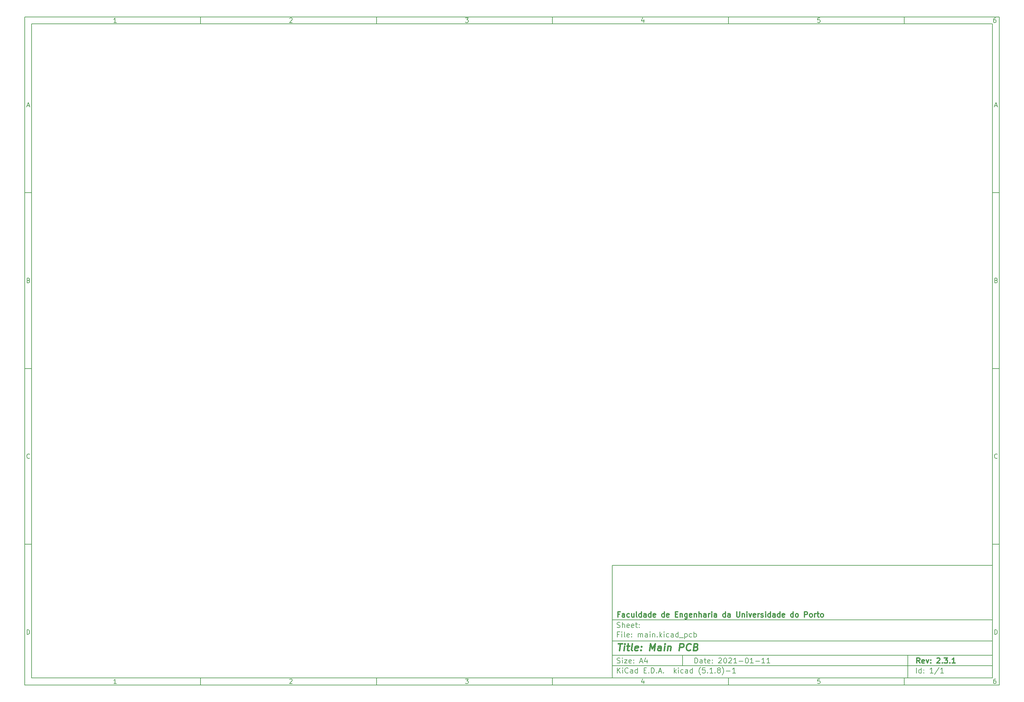
<source format=gbr>
%TF.GenerationSoftware,KiCad,Pcbnew,(5.1.8)-1*%
%TF.CreationDate,2021-01-11T16:48:45+00:00*%
%TF.ProjectId,main,6d61696e-2e6b-4696-9361-645f70636258,2.3.1*%
%TF.SameCoordinates,Original*%
%TF.FileFunction,Other,User*%
%FSLAX46Y46*%
G04 Gerber Fmt 4.6, Leading zero omitted, Abs format (unit mm)*
G04 Created by KiCad (PCBNEW (5.1.8)-1) date 2021-01-11 16:48:45*
%MOMM*%
%LPD*%
G01*
G04 APERTURE LIST*
%ADD10C,0.100000*%
%ADD11C,0.150000*%
%ADD12C,0.300000*%
%ADD13C,0.400000*%
G04 APERTURE END LIST*
D10*
D11*
X177002200Y-166007200D02*
X177002200Y-198007200D01*
X285002200Y-198007200D01*
X285002200Y-166007200D01*
X177002200Y-166007200D01*
D10*
D11*
X10000000Y-10000000D02*
X10000000Y-200007200D01*
X287002200Y-200007200D01*
X287002200Y-10000000D01*
X10000000Y-10000000D01*
D10*
D11*
X12000000Y-12000000D02*
X12000000Y-198007200D01*
X285002200Y-198007200D01*
X285002200Y-12000000D01*
X12000000Y-12000000D01*
D10*
D11*
X60000000Y-12000000D02*
X60000000Y-10000000D01*
D10*
D11*
X110000000Y-12000000D02*
X110000000Y-10000000D01*
D10*
D11*
X160000000Y-12000000D02*
X160000000Y-10000000D01*
D10*
D11*
X210000000Y-12000000D02*
X210000000Y-10000000D01*
D10*
D11*
X260000000Y-12000000D02*
X260000000Y-10000000D01*
D10*
D11*
X36065476Y-11588095D02*
X35322619Y-11588095D01*
X35694047Y-11588095D02*
X35694047Y-10288095D01*
X35570238Y-10473809D01*
X35446428Y-10597619D01*
X35322619Y-10659523D01*
D10*
D11*
X85322619Y-10411904D02*
X85384523Y-10350000D01*
X85508333Y-10288095D01*
X85817857Y-10288095D01*
X85941666Y-10350000D01*
X86003571Y-10411904D01*
X86065476Y-10535714D01*
X86065476Y-10659523D01*
X86003571Y-10845238D01*
X85260714Y-11588095D01*
X86065476Y-11588095D01*
D10*
D11*
X135260714Y-10288095D02*
X136065476Y-10288095D01*
X135632142Y-10783333D01*
X135817857Y-10783333D01*
X135941666Y-10845238D01*
X136003571Y-10907142D01*
X136065476Y-11030952D01*
X136065476Y-11340476D01*
X136003571Y-11464285D01*
X135941666Y-11526190D01*
X135817857Y-11588095D01*
X135446428Y-11588095D01*
X135322619Y-11526190D01*
X135260714Y-11464285D01*
D10*
D11*
X185941666Y-10721428D02*
X185941666Y-11588095D01*
X185632142Y-10226190D02*
X185322619Y-11154761D01*
X186127380Y-11154761D01*
D10*
D11*
X236003571Y-10288095D02*
X235384523Y-10288095D01*
X235322619Y-10907142D01*
X235384523Y-10845238D01*
X235508333Y-10783333D01*
X235817857Y-10783333D01*
X235941666Y-10845238D01*
X236003571Y-10907142D01*
X236065476Y-11030952D01*
X236065476Y-11340476D01*
X236003571Y-11464285D01*
X235941666Y-11526190D01*
X235817857Y-11588095D01*
X235508333Y-11588095D01*
X235384523Y-11526190D01*
X235322619Y-11464285D01*
D10*
D11*
X285941666Y-10288095D02*
X285694047Y-10288095D01*
X285570238Y-10350000D01*
X285508333Y-10411904D01*
X285384523Y-10597619D01*
X285322619Y-10845238D01*
X285322619Y-11340476D01*
X285384523Y-11464285D01*
X285446428Y-11526190D01*
X285570238Y-11588095D01*
X285817857Y-11588095D01*
X285941666Y-11526190D01*
X286003571Y-11464285D01*
X286065476Y-11340476D01*
X286065476Y-11030952D01*
X286003571Y-10907142D01*
X285941666Y-10845238D01*
X285817857Y-10783333D01*
X285570238Y-10783333D01*
X285446428Y-10845238D01*
X285384523Y-10907142D01*
X285322619Y-11030952D01*
D10*
D11*
X60000000Y-198007200D02*
X60000000Y-200007200D01*
D10*
D11*
X110000000Y-198007200D02*
X110000000Y-200007200D01*
D10*
D11*
X160000000Y-198007200D02*
X160000000Y-200007200D01*
D10*
D11*
X210000000Y-198007200D02*
X210000000Y-200007200D01*
D10*
D11*
X260000000Y-198007200D02*
X260000000Y-200007200D01*
D10*
D11*
X36065476Y-199595295D02*
X35322619Y-199595295D01*
X35694047Y-199595295D02*
X35694047Y-198295295D01*
X35570238Y-198481009D01*
X35446428Y-198604819D01*
X35322619Y-198666723D01*
D10*
D11*
X85322619Y-198419104D02*
X85384523Y-198357200D01*
X85508333Y-198295295D01*
X85817857Y-198295295D01*
X85941666Y-198357200D01*
X86003571Y-198419104D01*
X86065476Y-198542914D01*
X86065476Y-198666723D01*
X86003571Y-198852438D01*
X85260714Y-199595295D01*
X86065476Y-199595295D01*
D10*
D11*
X135260714Y-198295295D02*
X136065476Y-198295295D01*
X135632142Y-198790533D01*
X135817857Y-198790533D01*
X135941666Y-198852438D01*
X136003571Y-198914342D01*
X136065476Y-199038152D01*
X136065476Y-199347676D01*
X136003571Y-199471485D01*
X135941666Y-199533390D01*
X135817857Y-199595295D01*
X135446428Y-199595295D01*
X135322619Y-199533390D01*
X135260714Y-199471485D01*
D10*
D11*
X185941666Y-198728628D02*
X185941666Y-199595295D01*
X185632142Y-198233390D02*
X185322619Y-199161961D01*
X186127380Y-199161961D01*
D10*
D11*
X236003571Y-198295295D02*
X235384523Y-198295295D01*
X235322619Y-198914342D01*
X235384523Y-198852438D01*
X235508333Y-198790533D01*
X235817857Y-198790533D01*
X235941666Y-198852438D01*
X236003571Y-198914342D01*
X236065476Y-199038152D01*
X236065476Y-199347676D01*
X236003571Y-199471485D01*
X235941666Y-199533390D01*
X235817857Y-199595295D01*
X235508333Y-199595295D01*
X235384523Y-199533390D01*
X235322619Y-199471485D01*
D10*
D11*
X285941666Y-198295295D02*
X285694047Y-198295295D01*
X285570238Y-198357200D01*
X285508333Y-198419104D01*
X285384523Y-198604819D01*
X285322619Y-198852438D01*
X285322619Y-199347676D01*
X285384523Y-199471485D01*
X285446428Y-199533390D01*
X285570238Y-199595295D01*
X285817857Y-199595295D01*
X285941666Y-199533390D01*
X286003571Y-199471485D01*
X286065476Y-199347676D01*
X286065476Y-199038152D01*
X286003571Y-198914342D01*
X285941666Y-198852438D01*
X285817857Y-198790533D01*
X285570238Y-198790533D01*
X285446428Y-198852438D01*
X285384523Y-198914342D01*
X285322619Y-199038152D01*
D10*
D11*
X10000000Y-60000000D02*
X12000000Y-60000000D01*
D10*
D11*
X10000000Y-110000000D02*
X12000000Y-110000000D01*
D10*
D11*
X10000000Y-160000000D02*
X12000000Y-160000000D01*
D10*
D11*
X10690476Y-35216666D02*
X11309523Y-35216666D01*
X10566666Y-35588095D02*
X11000000Y-34288095D01*
X11433333Y-35588095D01*
D10*
D11*
X11092857Y-84907142D02*
X11278571Y-84969047D01*
X11340476Y-85030952D01*
X11402380Y-85154761D01*
X11402380Y-85340476D01*
X11340476Y-85464285D01*
X11278571Y-85526190D01*
X11154761Y-85588095D01*
X10659523Y-85588095D01*
X10659523Y-84288095D01*
X11092857Y-84288095D01*
X11216666Y-84350000D01*
X11278571Y-84411904D01*
X11340476Y-84535714D01*
X11340476Y-84659523D01*
X11278571Y-84783333D01*
X11216666Y-84845238D01*
X11092857Y-84907142D01*
X10659523Y-84907142D01*
D10*
D11*
X11402380Y-135464285D02*
X11340476Y-135526190D01*
X11154761Y-135588095D01*
X11030952Y-135588095D01*
X10845238Y-135526190D01*
X10721428Y-135402380D01*
X10659523Y-135278571D01*
X10597619Y-135030952D01*
X10597619Y-134845238D01*
X10659523Y-134597619D01*
X10721428Y-134473809D01*
X10845238Y-134350000D01*
X11030952Y-134288095D01*
X11154761Y-134288095D01*
X11340476Y-134350000D01*
X11402380Y-134411904D01*
D10*
D11*
X10659523Y-185588095D02*
X10659523Y-184288095D01*
X10969047Y-184288095D01*
X11154761Y-184350000D01*
X11278571Y-184473809D01*
X11340476Y-184597619D01*
X11402380Y-184845238D01*
X11402380Y-185030952D01*
X11340476Y-185278571D01*
X11278571Y-185402380D01*
X11154761Y-185526190D01*
X10969047Y-185588095D01*
X10659523Y-185588095D01*
D10*
D11*
X287002200Y-60000000D02*
X285002200Y-60000000D01*
D10*
D11*
X287002200Y-110000000D02*
X285002200Y-110000000D01*
D10*
D11*
X287002200Y-160000000D02*
X285002200Y-160000000D01*
D10*
D11*
X285692676Y-35216666D02*
X286311723Y-35216666D01*
X285568866Y-35588095D02*
X286002200Y-34288095D01*
X286435533Y-35588095D01*
D10*
D11*
X286095057Y-84907142D02*
X286280771Y-84969047D01*
X286342676Y-85030952D01*
X286404580Y-85154761D01*
X286404580Y-85340476D01*
X286342676Y-85464285D01*
X286280771Y-85526190D01*
X286156961Y-85588095D01*
X285661723Y-85588095D01*
X285661723Y-84288095D01*
X286095057Y-84288095D01*
X286218866Y-84350000D01*
X286280771Y-84411904D01*
X286342676Y-84535714D01*
X286342676Y-84659523D01*
X286280771Y-84783333D01*
X286218866Y-84845238D01*
X286095057Y-84907142D01*
X285661723Y-84907142D01*
D10*
D11*
X286404580Y-135464285D02*
X286342676Y-135526190D01*
X286156961Y-135588095D01*
X286033152Y-135588095D01*
X285847438Y-135526190D01*
X285723628Y-135402380D01*
X285661723Y-135278571D01*
X285599819Y-135030952D01*
X285599819Y-134845238D01*
X285661723Y-134597619D01*
X285723628Y-134473809D01*
X285847438Y-134350000D01*
X286033152Y-134288095D01*
X286156961Y-134288095D01*
X286342676Y-134350000D01*
X286404580Y-134411904D01*
D10*
D11*
X285661723Y-185588095D02*
X285661723Y-184288095D01*
X285971247Y-184288095D01*
X286156961Y-184350000D01*
X286280771Y-184473809D01*
X286342676Y-184597619D01*
X286404580Y-184845238D01*
X286404580Y-185030952D01*
X286342676Y-185278571D01*
X286280771Y-185402380D01*
X286156961Y-185526190D01*
X285971247Y-185588095D01*
X285661723Y-185588095D01*
D10*
D11*
X200434342Y-193785771D02*
X200434342Y-192285771D01*
X200791485Y-192285771D01*
X201005771Y-192357200D01*
X201148628Y-192500057D01*
X201220057Y-192642914D01*
X201291485Y-192928628D01*
X201291485Y-193142914D01*
X201220057Y-193428628D01*
X201148628Y-193571485D01*
X201005771Y-193714342D01*
X200791485Y-193785771D01*
X200434342Y-193785771D01*
X202577200Y-193785771D02*
X202577200Y-193000057D01*
X202505771Y-192857200D01*
X202362914Y-192785771D01*
X202077200Y-192785771D01*
X201934342Y-192857200D01*
X202577200Y-193714342D02*
X202434342Y-193785771D01*
X202077200Y-193785771D01*
X201934342Y-193714342D01*
X201862914Y-193571485D01*
X201862914Y-193428628D01*
X201934342Y-193285771D01*
X202077200Y-193214342D01*
X202434342Y-193214342D01*
X202577200Y-193142914D01*
X203077200Y-192785771D02*
X203648628Y-192785771D01*
X203291485Y-192285771D02*
X203291485Y-193571485D01*
X203362914Y-193714342D01*
X203505771Y-193785771D01*
X203648628Y-193785771D01*
X204720057Y-193714342D02*
X204577200Y-193785771D01*
X204291485Y-193785771D01*
X204148628Y-193714342D01*
X204077200Y-193571485D01*
X204077200Y-193000057D01*
X204148628Y-192857200D01*
X204291485Y-192785771D01*
X204577200Y-192785771D01*
X204720057Y-192857200D01*
X204791485Y-193000057D01*
X204791485Y-193142914D01*
X204077200Y-193285771D01*
X205434342Y-193642914D02*
X205505771Y-193714342D01*
X205434342Y-193785771D01*
X205362914Y-193714342D01*
X205434342Y-193642914D01*
X205434342Y-193785771D01*
X205434342Y-192857200D02*
X205505771Y-192928628D01*
X205434342Y-193000057D01*
X205362914Y-192928628D01*
X205434342Y-192857200D01*
X205434342Y-193000057D01*
X207220057Y-192428628D02*
X207291485Y-192357200D01*
X207434342Y-192285771D01*
X207791485Y-192285771D01*
X207934342Y-192357200D01*
X208005771Y-192428628D01*
X208077200Y-192571485D01*
X208077200Y-192714342D01*
X208005771Y-192928628D01*
X207148628Y-193785771D01*
X208077200Y-193785771D01*
X209005771Y-192285771D02*
X209148628Y-192285771D01*
X209291485Y-192357200D01*
X209362914Y-192428628D01*
X209434342Y-192571485D01*
X209505771Y-192857200D01*
X209505771Y-193214342D01*
X209434342Y-193500057D01*
X209362914Y-193642914D01*
X209291485Y-193714342D01*
X209148628Y-193785771D01*
X209005771Y-193785771D01*
X208862914Y-193714342D01*
X208791485Y-193642914D01*
X208720057Y-193500057D01*
X208648628Y-193214342D01*
X208648628Y-192857200D01*
X208720057Y-192571485D01*
X208791485Y-192428628D01*
X208862914Y-192357200D01*
X209005771Y-192285771D01*
X210077200Y-192428628D02*
X210148628Y-192357200D01*
X210291485Y-192285771D01*
X210648628Y-192285771D01*
X210791485Y-192357200D01*
X210862914Y-192428628D01*
X210934342Y-192571485D01*
X210934342Y-192714342D01*
X210862914Y-192928628D01*
X210005771Y-193785771D01*
X210934342Y-193785771D01*
X212362914Y-193785771D02*
X211505771Y-193785771D01*
X211934342Y-193785771D02*
X211934342Y-192285771D01*
X211791485Y-192500057D01*
X211648628Y-192642914D01*
X211505771Y-192714342D01*
X213005771Y-193214342D02*
X214148628Y-193214342D01*
X215148628Y-192285771D02*
X215291485Y-192285771D01*
X215434342Y-192357200D01*
X215505771Y-192428628D01*
X215577200Y-192571485D01*
X215648628Y-192857200D01*
X215648628Y-193214342D01*
X215577200Y-193500057D01*
X215505771Y-193642914D01*
X215434342Y-193714342D01*
X215291485Y-193785771D01*
X215148628Y-193785771D01*
X215005771Y-193714342D01*
X214934342Y-193642914D01*
X214862914Y-193500057D01*
X214791485Y-193214342D01*
X214791485Y-192857200D01*
X214862914Y-192571485D01*
X214934342Y-192428628D01*
X215005771Y-192357200D01*
X215148628Y-192285771D01*
X217077200Y-193785771D02*
X216220057Y-193785771D01*
X216648628Y-193785771D02*
X216648628Y-192285771D01*
X216505771Y-192500057D01*
X216362914Y-192642914D01*
X216220057Y-192714342D01*
X217720057Y-193214342D02*
X218862914Y-193214342D01*
X220362914Y-193785771D02*
X219505771Y-193785771D01*
X219934342Y-193785771D02*
X219934342Y-192285771D01*
X219791485Y-192500057D01*
X219648628Y-192642914D01*
X219505771Y-192714342D01*
X221791485Y-193785771D02*
X220934342Y-193785771D01*
X221362914Y-193785771D02*
X221362914Y-192285771D01*
X221220057Y-192500057D01*
X221077200Y-192642914D01*
X220934342Y-192714342D01*
D10*
D11*
X177002200Y-194507200D02*
X285002200Y-194507200D01*
D10*
D11*
X178434342Y-196585771D02*
X178434342Y-195085771D01*
X179291485Y-196585771D02*
X178648628Y-195728628D01*
X179291485Y-195085771D02*
X178434342Y-195942914D01*
X179934342Y-196585771D02*
X179934342Y-195585771D01*
X179934342Y-195085771D02*
X179862914Y-195157200D01*
X179934342Y-195228628D01*
X180005771Y-195157200D01*
X179934342Y-195085771D01*
X179934342Y-195228628D01*
X181505771Y-196442914D02*
X181434342Y-196514342D01*
X181220057Y-196585771D01*
X181077200Y-196585771D01*
X180862914Y-196514342D01*
X180720057Y-196371485D01*
X180648628Y-196228628D01*
X180577200Y-195942914D01*
X180577200Y-195728628D01*
X180648628Y-195442914D01*
X180720057Y-195300057D01*
X180862914Y-195157200D01*
X181077200Y-195085771D01*
X181220057Y-195085771D01*
X181434342Y-195157200D01*
X181505771Y-195228628D01*
X182791485Y-196585771D02*
X182791485Y-195800057D01*
X182720057Y-195657200D01*
X182577200Y-195585771D01*
X182291485Y-195585771D01*
X182148628Y-195657200D01*
X182791485Y-196514342D02*
X182648628Y-196585771D01*
X182291485Y-196585771D01*
X182148628Y-196514342D01*
X182077200Y-196371485D01*
X182077200Y-196228628D01*
X182148628Y-196085771D01*
X182291485Y-196014342D01*
X182648628Y-196014342D01*
X182791485Y-195942914D01*
X184148628Y-196585771D02*
X184148628Y-195085771D01*
X184148628Y-196514342D02*
X184005771Y-196585771D01*
X183720057Y-196585771D01*
X183577200Y-196514342D01*
X183505771Y-196442914D01*
X183434342Y-196300057D01*
X183434342Y-195871485D01*
X183505771Y-195728628D01*
X183577200Y-195657200D01*
X183720057Y-195585771D01*
X184005771Y-195585771D01*
X184148628Y-195657200D01*
X186005771Y-195800057D02*
X186505771Y-195800057D01*
X186720057Y-196585771D02*
X186005771Y-196585771D01*
X186005771Y-195085771D01*
X186720057Y-195085771D01*
X187362914Y-196442914D02*
X187434342Y-196514342D01*
X187362914Y-196585771D01*
X187291485Y-196514342D01*
X187362914Y-196442914D01*
X187362914Y-196585771D01*
X188077200Y-196585771D02*
X188077200Y-195085771D01*
X188434342Y-195085771D01*
X188648628Y-195157200D01*
X188791485Y-195300057D01*
X188862914Y-195442914D01*
X188934342Y-195728628D01*
X188934342Y-195942914D01*
X188862914Y-196228628D01*
X188791485Y-196371485D01*
X188648628Y-196514342D01*
X188434342Y-196585771D01*
X188077200Y-196585771D01*
X189577200Y-196442914D02*
X189648628Y-196514342D01*
X189577200Y-196585771D01*
X189505771Y-196514342D01*
X189577200Y-196442914D01*
X189577200Y-196585771D01*
X190220057Y-196157200D02*
X190934342Y-196157200D01*
X190077200Y-196585771D02*
X190577200Y-195085771D01*
X191077200Y-196585771D01*
X191577200Y-196442914D02*
X191648628Y-196514342D01*
X191577200Y-196585771D01*
X191505771Y-196514342D01*
X191577200Y-196442914D01*
X191577200Y-196585771D01*
X194577200Y-196585771D02*
X194577200Y-195085771D01*
X194720057Y-196014342D02*
X195148628Y-196585771D01*
X195148628Y-195585771D02*
X194577200Y-196157200D01*
X195791485Y-196585771D02*
X195791485Y-195585771D01*
X195791485Y-195085771D02*
X195720057Y-195157200D01*
X195791485Y-195228628D01*
X195862914Y-195157200D01*
X195791485Y-195085771D01*
X195791485Y-195228628D01*
X197148628Y-196514342D02*
X197005771Y-196585771D01*
X196720057Y-196585771D01*
X196577200Y-196514342D01*
X196505771Y-196442914D01*
X196434342Y-196300057D01*
X196434342Y-195871485D01*
X196505771Y-195728628D01*
X196577200Y-195657200D01*
X196720057Y-195585771D01*
X197005771Y-195585771D01*
X197148628Y-195657200D01*
X198434342Y-196585771D02*
X198434342Y-195800057D01*
X198362914Y-195657200D01*
X198220057Y-195585771D01*
X197934342Y-195585771D01*
X197791485Y-195657200D01*
X198434342Y-196514342D02*
X198291485Y-196585771D01*
X197934342Y-196585771D01*
X197791485Y-196514342D01*
X197720057Y-196371485D01*
X197720057Y-196228628D01*
X197791485Y-196085771D01*
X197934342Y-196014342D01*
X198291485Y-196014342D01*
X198434342Y-195942914D01*
X199791485Y-196585771D02*
X199791485Y-195085771D01*
X199791485Y-196514342D02*
X199648628Y-196585771D01*
X199362914Y-196585771D01*
X199220057Y-196514342D01*
X199148628Y-196442914D01*
X199077200Y-196300057D01*
X199077200Y-195871485D01*
X199148628Y-195728628D01*
X199220057Y-195657200D01*
X199362914Y-195585771D01*
X199648628Y-195585771D01*
X199791485Y-195657200D01*
X202077200Y-197157200D02*
X202005771Y-197085771D01*
X201862914Y-196871485D01*
X201791485Y-196728628D01*
X201720057Y-196514342D01*
X201648628Y-196157200D01*
X201648628Y-195871485D01*
X201720057Y-195514342D01*
X201791485Y-195300057D01*
X201862914Y-195157200D01*
X202005771Y-194942914D01*
X202077200Y-194871485D01*
X203362914Y-195085771D02*
X202648628Y-195085771D01*
X202577200Y-195800057D01*
X202648628Y-195728628D01*
X202791485Y-195657200D01*
X203148628Y-195657200D01*
X203291485Y-195728628D01*
X203362914Y-195800057D01*
X203434342Y-195942914D01*
X203434342Y-196300057D01*
X203362914Y-196442914D01*
X203291485Y-196514342D01*
X203148628Y-196585771D01*
X202791485Y-196585771D01*
X202648628Y-196514342D01*
X202577200Y-196442914D01*
X204077200Y-196442914D02*
X204148628Y-196514342D01*
X204077200Y-196585771D01*
X204005771Y-196514342D01*
X204077200Y-196442914D01*
X204077200Y-196585771D01*
X205577200Y-196585771D02*
X204720057Y-196585771D01*
X205148628Y-196585771D02*
X205148628Y-195085771D01*
X205005771Y-195300057D01*
X204862914Y-195442914D01*
X204720057Y-195514342D01*
X206220057Y-196442914D02*
X206291485Y-196514342D01*
X206220057Y-196585771D01*
X206148628Y-196514342D01*
X206220057Y-196442914D01*
X206220057Y-196585771D01*
X207148628Y-195728628D02*
X207005771Y-195657200D01*
X206934342Y-195585771D01*
X206862914Y-195442914D01*
X206862914Y-195371485D01*
X206934342Y-195228628D01*
X207005771Y-195157200D01*
X207148628Y-195085771D01*
X207434342Y-195085771D01*
X207577200Y-195157200D01*
X207648628Y-195228628D01*
X207720057Y-195371485D01*
X207720057Y-195442914D01*
X207648628Y-195585771D01*
X207577200Y-195657200D01*
X207434342Y-195728628D01*
X207148628Y-195728628D01*
X207005771Y-195800057D01*
X206934342Y-195871485D01*
X206862914Y-196014342D01*
X206862914Y-196300057D01*
X206934342Y-196442914D01*
X207005771Y-196514342D01*
X207148628Y-196585771D01*
X207434342Y-196585771D01*
X207577200Y-196514342D01*
X207648628Y-196442914D01*
X207720057Y-196300057D01*
X207720057Y-196014342D01*
X207648628Y-195871485D01*
X207577200Y-195800057D01*
X207434342Y-195728628D01*
X208220057Y-197157200D02*
X208291485Y-197085771D01*
X208434342Y-196871485D01*
X208505771Y-196728628D01*
X208577200Y-196514342D01*
X208648628Y-196157200D01*
X208648628Y-195871485D01*
X208577200Y-195514342D01*
X208505771Y-195300057D01*
X208434342Y-195157200D01*
X208291485Y-194942914D01*
X208220057Y-194871485D01*
X209362914Y-196014342D02*
X210505771Y-196014342D01*
X212005771Y-196585771D02*
X211148628Y-196585771D01*
X211577200Y-196585771D02*
X211577200Y-195085771D01*
X211434342Y-195300057D01*
X211291485Y-195442914D01*
X211148628Y-195514342D01*
D10*
D11*
X177002200Y-191507200D02*
X285002200Y-191507200D01*
D10*
D12*
X264411485Y-193785771D02*
X263911485Y-193071485D01*
X263554342Y-193785771D02*
X263554342Y-192285771D01*
X264125771Y-192285771D01*
X264268628Y-192357200D01*
X264340057Y-192428628D01*
X264411485Y-192571485D01*
X264411485Y-192785771D01*
X264340057Y-192928628D01*
X264268628Y-193000057D01*
X264125771Y-193071485D01*
X263554342Y-193071485D01*
X265625771Y-193714342D02*
X265482914Y-193785771D01*
X265197200Y-193785771D01*
X265054342Y-193714342D01*
X264982914Y-193571485D01*
X264982914Y-193000057D01*
X265054342Y-192857200D01*
X265197200Y-192785771D01*
X265482914Y-192785771D01*
X265625771Y-192857200D01*
X265697200Y-193000057D01*
X265697200Y-193142914D01*
X264982914Y-193285771D01*
X266197200Y-192785771D02*
X266554342Y-193785771D01*
X266911485Y-192785771D01*
X267482914Y-193642914D02*
X267554342Y-193714342D01*
X267482914Y-193785771D01*
X267411485Y-193714342D01*
X267482914Y-193642914D01*
X267482914Y-193785771D01*
X267482914Y-192857200D02*
X267554342Y-192928628D01*
X267482914Y-193000057D01*
X267411485Y-192928628D01*
X267482914Y-192857200D01*
X267482914Y-193000057D01*
X269268628Y-192428628D02*
X269340057Y-192357200D01*
X269482914Y-192285771D01*
X269840057Y-192285771D01*
X269982914Y-192357200D01*
X270054342Y-192428628D01*
X270125771Y-192571485D01*
X270125771Y-192714342D01*
X270054342Y-192928628D01*
X269197200Y-193785771D01*
X270125771Y-193785771D01*
X270768628Y-193642914D02*
X270840057Y-193714342D01*
X270768628Y-193785771D01*
X270697200Y-193714342D01*
X270768628Y-193642914D01*
X270768628Y-193785771D01*
X271340057Y-192285771D02*
X272268628Y-192285771D01*
X271768628Y-192857200D01*
X271982914Y-192857200D01*
X272125771Y-192928628D01*
X272197200Y-193000057D01*
X272268628Y-193142914D01*
X272268628Y-193500057D01*
X272197200Y-193642914D01*
X272125771Y-193714342D01*
X271982914Y-193785771D01*
X271554342Y-193785771D01*
X271411485Y-193714342D01*
X271340057Y-193642914D01*
X272911485Y-193642914D02*
X272982914Y-193714342D01*
X272911485Y-193785771D01*
X272840057Y-193714342D01*
X272911485Y-193642914D01*
X272911485Y-193785771D01*
X274411485Y-193785771D02*
X273554342Y-193785771D01*
X273982914Y-193785771D02*
X273982914Y-192285771D01*
X273840057Y-192500057D01*
X273697200Y-192642914D01*
X273554342Y-192714342D01*
D10*
D11*
X178362914Y-193714342D02*
X178577200Y-193785771D01*
X178934342Y-193785771D01*
X179077200Y-193714342D01*
X179148628Y-193642914D01*
X179220057Y-193500057D01*
X179220057Y-193357200D01*
X179148628Y-193214342D01*
X179077200Y-193142914D01*
X178934342Y-193071485D01*
X178648628Y-193000057D01*
X178505771Y-192928628D01*
X178434342Y-192857200D01*
X178362914Y-192714342D01*
X178362914Y-192571485D01*
X178434342Y-192428628D01*
X178505771Y-192357200D01*
X178648628Y-192285771D01*
X179005771Y-192285771D01*
X179220057Y-192357200D01*
X179862914Y-193785771D02*
X179862914Y-192785771D01*
X179862914Y-192285771D02*
X179791485Y-192357200D01*
X179862914Y-192428628D01*
X179934342Y-192357200D01*
X179862914Y-192285771D01*
X179862914Y-192428628D01*
X180434342Y-192785771D02*
X181220057Y-192785771D01*
X180434342Y-193785771D01*
X181220057Y-193785771D01*
X182362914Y-193714342D02*
X182220057Y-193785771D01*
X181934342Y-193785771D01*
X181791485Y-193714342D01*
X181720057Y-193571485D01*
X181720057Y-193000057D01*
X181791485Y-192857200D01*
X181934342Y-192785771D01*
X182220057Y-192785771D01*
X182362914Y-192857200D01*
X182434342Y-193000057D01*
X182434342Y-193142914D01*
X181720057Y-193285771D01*
X183077200Y-193642914D02*
X183148628Y-193714342D01*
X183077200Y-193785771D01*
X183005771Y-193714342D01*
X183077200Y-193642914D01*
X183077200Y-193785771D01*
X183077200Y-192857200D02*
X183148628Y-192928628D01*
X183077200Y-193000057D01*
X183005771Y-192928628D01*
X183077200Y-192857200D01*
X183077200Y-193000057D01*
X184862914Y-193357200D02*
X185577200Y-193357200D01*
X184720057Y-193785771D02*
X185220057Y-192285771D01*
X185720057Y-193785771D01*
X186862914Y-192785771D02*
X186862914Y-193785771D01*
X186505771Y-192214342D02*
X186148628Y-193285771D01*
X187077200Y-193285771D01*
D10*
D11*
X263434342Y-196585771D02*
X263434342Y-195085771D01*
X264791485Y-196585771D02*
X264791485Y-195085771D01*
X264791485Y-196514342D02*
X264648628Y-196585771D01*
X264362914Y-196585771D01*
X264220057Y-196514342D01*
X264148628Y-196442914D01*
X264077200Y-196300057D01*
X264077200Y-195871485D01*
X264148628Y-195728628D01*
X264220057Y-195657200D01*
X264362914Y-195585771D01*
X264648628Y-195585771D01*
X264791485Y-195657200D01*
X265505771Y-196442914D02*
X265577200Y-196514342D01*
X265505771Y-196585771D01*
X265434342Y-196514342D01*
X265505771Y-196442914D01*
X265505771Y-196585771D01*
X265505771Y-195657200D02*
X265577200Y-195728628D01*
X265505771Y-195800057D01*
X265434342Y-195728628D01*
X265505771Y-195657200D01*
X265505771Y-195800057D01*
X268148628Y-196585771D02*
X267291485Y-196585771D01*
X267720057Y-196585771D02*
X267720057Y-195085771D01*
X267577200Y-195300057D01*
X267434342Y-195442914D01*
X267291485Y-195514342D01*
X269862914Y-195014342D02*
X268577200Y-196942914D01*
X271148628Y-196585771D02*
X270291485Y-196585771D01*
X270720057Y-196585771D02*
X270720057Y-195085771D01*
X270577200Y-195300057D01*
X270434342Y-195442914D01*
X270291485Y-195514342D01*
D10*
D11*
X177002200Y-187507200D02*
X285002200Y-187507200D01*
D10*
D13*
X178714580Y-188211961D02*
X179857438Y-188211961D01*
X179036009Y-190211961D02*
X179286009Y-188211961D01*
X180274104Y-190211961D02*
X180440771Y-188878628D01*
X180524104Y-188211961D02*
X180416961Y-188307200D01*
X180500295Y-188402438D01*
X180607438Y-188307200D01*
X180524104Y-188211961D01*
X180500295Y-188402438D01*
X181107438Y-188878628D02*
X181869342Y-188878628D01*
X181476485Y-188211961D02*
X181262200Y-189926247D01*
X181333628Y-190116723D01*
X181512200Y-190211961D01*
X181702676Y-190211961D01*
X182655057Y-190211961D02*
X182476485Y-190116723D01*
X182405057Y-189926247D01*
X182619342Y-188211961D01*
X184190771Y-190116723D02*
X183988390Y-190211961D01*
X183607438Y-190211961D01*
X183428866Y-190116723D01*
X183357438Y-189926247D01*
X183452676Y-189164342D01*
X183571723Y-188973866D01*
X183774104Y-188878628D01*
X184155057Y-188878628D01*
X184333628Y-188973866D01*
X184405057Y-189164342D01*
X184381247Y-189354819D01*
X183405057Y-189545295D01*
X185155057Y-190021485D02*
X185238390Y-190116723D01*
X185131247Y-190211961D01*
X185047914Y-190116723D01*
X185155057Y-190021485D01*
X185131247Y-190211961D01*
X185286009Y-188973866D02*
X185369342Y-189069104D01*
X185262200Y-189164342D01*
X185178866Y-189069104D01*
X185286009Y-188973866D01*
X185262200Y-189164342D01*
X187607438Y-190211961D02*
X187857438Y-188211961D01*
X188345533Y-189640533D01*
X189190771Y-188211961D01*
X188940771Y-190211961D01*
X190750295Y-190211961D02*
X190881247Y-189164342D01*
X190809819Y-188973866D01*
X190631247Y-188878628D01*
X190250295Y-188878628D01*
X190047914Y-188973866D01*
X190762200Y-190116723D02*
X190559819Y-190211961D01*
X190083628Y-190211961D01*
X189905057Y-190116723D01*
X189833628Y-189926247D01*
X189857438Y-189735771D01*
X189976485Y-189545295D01*
X190178866Y-189450057D01*
X190655057Y-189450057D01*
X190857438Y-189354819D01*
X191702676Y-190211961D02*
X191869342Y-188878628D01*
X191952676Y-188211961D02*
X191845533Y-188307200D01*
X191928866Y-188402438D01*
X192036009Y-188307200D01*
X191952676Y-188211961D01*
X191928866Y-188402438D01*
X192821723Y-188878628D02*
X192655057Y-190211961D01*
X192797914Y-189069104D02*
X192905057Y-188973866D01*
X193107438Y-188878628D01*
X193393152Y-188878628D01*
X193571723Y-188973866D01*
X193643152Y-189164342D01*
X193512200Y-190211961D01*
X195988390Y-190211961D02*
X196238390Y-188211961D01*
X197000295Y-188211961D01*
X197178866Y-188307200D01*
X197262200Y-188402438D01*
X197333628Y-188592914D01*
X197297914Y-188878628D01*
X197178866Y-189069104D01*
X197071723Y-189164342D01*
X196869342Y-189259580D01*
X196107438Y-189259580D01*
X199155057Y-190021485D02*
X199047914Y-190116723D01*
X198750295Y-190211961D01*
X198559819Y-190211961D01*
X198286009Y-190116723D01*
X198119342Y-189926247D01*
X198047914Y-189735771D01*
X198000295Y-189354819D01*
X198036009Y-189069104D01*
X198178866Y-188688152D01*
X198297914Y-188497676D01*
X198512200Y-188307200D01*
X198809819Y-188211961D01*
X199000295Y-188211961D01*
X199274104Y-188307200D01*
X199357438Y-188402438D01*
X200786009Y-189164342D02*
X201059819Y-189259580D01*
X201143152Y-189354819D01*
X201214580Y-189545295D01*
X201178866Y-189831009D01*
X201059819Y-190021485D01*
X200952676Y-190116723D01*
X200750295Y-190211961D01*
X199988390Y-190211961D01*
X200238390Y-188211961D01*
X200905057Y-188211961D01*
X201083628Y-188307200D01*
X201166961Y-188402438D01*
X201238390Y-188592914D01*
X201214580Y-188783390D01*
X201095533Y-188973866D01*
X200988390Y-189069104D01*
X200786009Y-189164342D01*
X200119342Y-189164342D01*
D10*
D11*
X178934342Y-185600057D02*
X178434342Y-185600057D01*
X178434342Y-186385771D02*
X178434342Y-184885771D01*
X179148628Y-184885771D01*
X179720057Y-186385771D02*
X179720057Y-185385771D01*
X179720057Y-184885771D02*
X179648628Y-184957200D01*
X179720057Y-185028628D01*
X179791485Y-184957200D01*
X179720057Y-184885771D01*
X179720057Y-185028628D01*
X180648628Y-186385771D02*
X180505771Y-186314342D01*
X180434342Y-186171485D01*
X180434342Y-184885771D01*
X181791485Y-186314342D02*
X181648628Y-186385771D01*
X181362914Y-186385771D01*
X181220057Y-186314342D01*
X181148628Y-186171485D01*
X181148628Y-185600057D01*
X181220057Y-185457200D01*
X181362914Y-185385771D01*
X181648628Y-185385771D01*
X181791485Y-185457200D01*
X181862914Y-185600057D01*
X181862914Y-185742914D01*
X181148628Y-185885771D01*
X182505771Y-186242914D02*
X182577200Y-186314342D01*
X182505771Y-186385771D01*
X182434342Y-186314342D01*
X182505771Y-186242914D01*
X182505771Y-186385771D01*
X182505771Y-185457200D02*
X182577200Y-185528628D01*
X182505771Y-185600057D01*
X182434342Y-185528628D01*
X182505771Y-185457200D01*
X182505771Y-185600057D01*
X184362914Y-186385771D02*
X184362914Y-185385771D01*
X184362914Y-185528628D02*
X184434342Y-185457200D01*
X184577200Y-185385771D01*
X184791485Y-185385771D01*
X184934342Y-185457200D01*
X185005771Y-185600057D01*
X185005771Y-186385771D01*
X185005771Y-185600057D02*
X185077200Y-185457200D01*
X185220057Y-185385771D01*
X185434342Y-185385771D01*
X185577200Y-185457200D01*
X185648628Y-185600057D01*
X185648628Y-186385771D01*
X187005771Y-186385771D02*
X187005771Y-185600057D01*
X186934342Y-185457200D01*
X186791485Y-185385771D01*
X186505771Y-185385771D01*
X186362914Y-185457200D01*
X187005771Y-186314342D02*
X186862914Y-186385771D01*
X186505771Y-186385771D01*
X186362914Y-186314342D01*
X186291485Y-186171485D01*
X186291485Y-186028628D01*
X186362914Y-185885771D01*
X186505771Y-185814342D01*
X186862914Y-185814342D01*
X187005771Y-185742914D01*
X187720057Y-186385771D02*
X187720057Y-185385771D01*
X187720057Y-184885771D02*
X187648628Y-184957200D01*
X187720057Y-185028628D01*
X187791485Y-184957200D01*
X187720057Y-184885771D01*
X187720057Y-185028628D01*
X188434342Y-185385771D02*
X188434342Y-186385771D01*
X188434342Y-185528628D02*
X188505771Y-185457200D01*
X188648628Y-185385771D01*
X188862914Y-185385771D01*
X189005771Y-185457200D01*
X189077200Y-185600057D01*
X189077200Y-186385771D01*
X189791485Y-186242914D02*
X189862914Y-186314342D01*
X189791485Y-186385771D01*
X189720057Y-186314342D01*
X189791485Y-186242914D01*
X189791485Y-186385771D01*
X190505771Y-186385771D02*
X190505771Y-184885771D01*
X190648628Y-185814342D02*
X191077200Y-186385771D01*
X191077200Y-185385771D02*
X190505771Y-185957200D01*
X191720057Y-186385771D02*
X191720057Y-185385771D01*
X191720057Y-184885771D02*
X191648628Y-184957200D01*
X191720057Y-185028628D01*
X191791485Y-184957200D01*
X191720057Y-184885771D01*
X191720057Y-185028628D01*
X193077200Y-186314342D02*
X192934342Y-186385771D01*
X192648628Y-186385771D01*
X192505771Y-186314342D01*
X192434342Y-186242914D01*
X192362914Y-186100057D01*
X192362914Y-185671485D01*
X192434342Y-185528628D01*
X192505771Y-185457200D01*
X192648628Y-185385771D01*
X192934342Y-185385771D01*
X193077200Y-185457200D01*
X194362914Y-186385771D02*
X194362914Y-185600057D01*
X194291485Y-185457200D01*
X194148628Y-185385771D01*
X193862914Y-185385771D01*
X193720057Y-185457200D01*
X194362914Y-186314342D02*
X194220057Y-186385771D01*
X193862914Y-186385771D01*
X193720057Y-186314342D01*
X193648628Y-186171485D01*
X193648628Y-186028628D01*
X193720057Y-185885771D01*
X193862914Y-185814342D01*
X194220057Y-185814342D01*
X194362914Y-185742914D01*
X195720057Y-186385771D02*
X195720057Y-184885771D01*
X195720057Y-186314342D02*
X195577200Y-186385771D01*
X195291485Y-186385771D01*
X195148628Y-186314342D01*
X195077200Y-186242914D01*
X195005771Y-186100057D01*
X195005771Y-185671485D01*
X195077200Y-185528628D01*
X195148628Y-185457200D01*
X195291485Y-185385771D01*
X195577200Y-185385771D01*
X195720057Y-185457200D01*
X196077200Y-186528628D02*
X197220057Y-186528628D01*
X197577200Y-185385771D02*
X197577200Y-186885771D01*
X197577200Y-185457200D02*
X197720057Y-185385771D01*
X198005771Y-185385771D01*
X198148628Y-185457200D01*
X198220057Y-185528628D01*
X198291485Y-185671485D01*
X198291485Y-186100057D01*
X198220057Y-186242914D01*
X198148628Y-186314342D01*
X198005771Y-186385771D01*
X197720057Y-186385771D01*
X197577200Y-186314342D01*
X199577200Y-186314342D02*
X199434342Y-186385771D01*
X199148628Y-186385771D01*
X199005771Y-186314342D01*
X198934342Y-186242914D01*
X198862914Y-186100057D01*
X198862914Y-185671485D01*
X198934342Y-185528628D01*
X199005771Y-185457200D01*
X199148628Y-185385771D01*
X199434342Y-185385771D01*
X199577200Y-185457200D01*
X200220057Y-186385771D02*
X200220057Y-184885771D01*
X200220057Y-185457200D02*
X200362914Y-185385771D01*
X200648628Y-185385771D01*
X200791485Y-185457200D01*
X200862914Y-185528628D01*
X200934342Y-185671485D01*
X200934342Y-186100057D01*
X200862914Y-186242914D01*
X200791485Y-186314342D01*
X200648628Y-186385771D01*
X200362914Y-186385771D01*
X200220057Y-186314342D01*
D10*
D11*
X177002200Y-181507200D02*
X285002200Y-181507200D01*
D10*
D11*
X178362914Y-183614342D02*
X178577200Y-183685771D01*
X178934342Y-183685771D01*
X179077200Y-183614342D01*
X179148628Y-183542914D01*
X179220057Y-183400057D01*
X179220057Y-183257200D01*
X179148628Y-183114342D01*
X179077200Y-183042914D01*
X178934342Y-182971485D01*
X178648628Y-182900057D01*
X178505771Y-182828628D01*
X178434342Y-182757200D01*
X178362914Y-182614342D01*
X178362914Y-182471485D01*
X178434342Y-182328628D01*
X178505771Y-182257200D01*
X178648628Y-182185771D01*
X179005771Y-182185771D01*
X179220057Y-182257200D01*
X179862914Y-183685771D02*
X179862914Y-182185771D01*
X180505771Y-183685771D02*
X180505771Y-182900057D01*
X180434342Y-182757200D01*
X180291485Y-182685771D01*
X180077200Y-182685771D01*
X179934342Y-182757200D01*
X179862914Y-182828628D01*
X181791485Y-183614342D02*
X181648628Y-183685771D01*
X181362914Y-183685771D01*
X181220057Y-183614342D01*
X181148628Y-183471485D01*
X181148628Y-182900057D01*
X181220057Y-182757200D01*
X181362914Y-182685771D01*
X181648628Y-182685771D01*
X181791485Y-182757200D01*
X181862914Y-182900057D01*
X181862914Y-183042914D01*
X181148628Y-183185771D01*
X183077200Y-183614342D02*
X182934342Y-183685771D01*
X182648628Y-183685771D01*
X182505771Y-183614342D01*
X182434342Y-183471485D01*
X182434342Y-182900057D01*
X182505771Y-182757200D01*
X182648628Y-182685771D01*
X182934342Y-182685771D01*
X183077200Y-182757200D01*
X183148628Y-182900057D01*
X183148628Y-183042914D01*
X182434342Y-183185771D01*
X183577200Y-182685771D02*
X184148628Y-182685771D01*
X183791485Y-182185771D02*
X183791485Y-183471485D01*
X183862914Y-183614342D01*
X184005771Y-183685771D01*
X184148628Y-183685771D01*
X184648628Y-183542914D02*
X184720057Y-183614342D01*
X184648628Y-183685771D01*
X184577200Y-183614342D01*
X184648628Y-183542914D01*
X184648628Y-183685771D01*
X184648628Y-182757200D02*
X184720057Y-182828628D01*
X184648628Y-182900057D01*
X184577200Y-182828628D01*
X184648628Y-182757200D01*
X184648628Y-182900057D01*
D10*
D12*
X179054342Y-179900057D02*
X178554342Y-179900057D01*
X178554342Y-180685771D02*
X178554342Y-179185771D01*
X179268628Y-179185771D01*
X180482914Y-180685771D02*
X180482914Y-179900057D01*
X180411485Y-179757200D01*
X180268628Y-179685771D01*
X179982914Y-179685771D01*
X179840057Y-179757200D01*
X180482914Y-180614342D02*
X180340057Y-180685771D01*
X179982914Y-180685771D01*
X179840057Y-180614342D01*
X179768628Y-180471485D01*
X179768628Y-180328628D01*
X179840057Y-180185771D01*
X179982914Y-180114342D01*
X180340057Y-180114342D01*
X180482914Y-180042914D01*
X181840057Y-180614342D02*
X181697200Y-180685771D01*
X181411485Y-180685771D01*
X181268628Y-180614342D01*
X181197200Y-180542914D01*
X181125771Y-180400057D01*
X181125771Y-179971485D01*
X181197200Y-179828628D01*
X181268628Y-179757200D01*
X181411485Y-179685771D01*
X181697200Y-179685771D01*
X181840057Y-179757200D01*
X183125771Y-179685771D02*
X183125771Y-180685771D01*
X182482914Y-179685771D02*
X182482914Y-180471485D01*
X182554342Y-180614342D01*
X182697200Y-180685771D01*
X182911485Y-180685771D01*
X183054342Y-180614342D01*
X183125771Y-180542914D01*
X184054342Y-180685771D02*
X183911485Y-180614342D01*
X183840057Y-180471485D01*
X183840057Y-179185771D01*
X185268628Y-180685771D02*
X185268628Y-179185771D01*
X185268628Y-180614342D02*
X185125771Y-180685771D01*
X184840057Y-180685771D01*
X184697200Y-180614342D01*
X184625771Y-180542914D01*
X184554342Y-180400057D01*
X184554342Y-179971485D01*
X184625771Y-179828628D01*
X184697200Y-179757200D01*
X184840057Y-179685771D01*
X185125771Y-179685771D01*
X185268628Y-179757200D01*
X186625771Y-180685771D02*
X186625771Y-179900057D01*
X186554342Y-179757200D01*
X186411485Y-179685771D01*
X186125771Y-179685771D01*
X185982914Y-179757200D01*
X186625771Y-180614342D02*
X186482914Y-180685771D01*
X186125771Y-180685771D01*
X185982914Y-180614342D01*
X185911485Y-180471485D01*
X185911485Y-180328628D01*
X185982914Y-180185771D01*
X186125771Y-180114342D01*
X186482914Y-180114342D01*
X186625771Y-180042914D01*
X187982914Y-180685771D02*
X187982914Y-179185771D01*
X187982914Y-180614342D02*
X187840057Y-180685771D01*
X187554342Y-180685771D01*
X187411485Y-180614342D01*
X187340057Y-180542914D01*
X187268628Y-180400057D01*
X187268628Y-179971485D01*
X187340057Y-179828628D01*
X187411485Y-179757200D01*
X187554342Y-179685771D01*
X187840057Y-179685771D01*
X187982914Y-179757200D01*
X189268628Y-180614342D02*
X189125771Y-180685771D01*
X188840057Y-180685771D01*
X188697200Y-180614342D01*
X188625771Y-180471485D01*
X188625771Y-179900057D01*
X188697200Y-179757200D01*
X188840057Y-179685771D01*
X189125771Y-179685771D01*
X189268628Y-179757200D01*
X189340057Y-179900057D01*
X189340057Y-180042914D01*
X188625771Y-180185771D01*
X191768628Y-180685771D02*
X191768628Y-179185771D01*
X191768628Y-180614342D02*
X191625771Y-180685771D01*
X191340057Y-180685771D01*
X191197200Y-180614342D01*
X191125771Y-180542914D01*
X191054342Y-180400057D01*
X191054342Y-179971485D01*
X191125771Y-179828628D01*
X191197200Y-179757200D01*
X191340057Y-179685771D01*
X191625771Y-179685771D01*
X191768628Y-179757200D01*
X193054342Y-180614342D02*
X192911485Y-180685771D01*
X192625771Y-180685771D01*
X192482914Y-180614342D01*
X192411485Y-180471485D01*
X192411485Y-179900057D01*
X192482914Y-179757200D01*
X192625771Y-179685771D01*
X192911485Y-179685771D01*
X193054342Y-179757200D01*
X193125771Y-179900057D01*
X193125771Y-180042914D01*
X192411485Y-180185771D01*
X194911485Y-179900057D02*
X195411485Y-179900057D01*
X195625771Y-180685771D02*
X194911485Y-180685771D01*
X194911485Y-179185771D01*
X195625771Y-179185771D01*
X196268628Y-179685771D02*
X196268628Y-180685771D01*
X196268628Y-179828628D02*
X196340057Y-179757200D01*
X196482914Y-179685771D01*
X196697200Y-179685771D01*
X196840057Y-179757200D01*
X196911485Y-179900057D01*
X196911485Y-180685771D01*
X198268628Y-179685771D02*
X198268628Y-180900057D01*
X198197200Y-181042914D01*
X198125771Y-181114342D01*
X197982914Y-181185771D01*
X197768628Y-181185771D01*
X197625771Y-181114342D01*
X198268628Y-180614342D02*
X198125771Y-180685771D01*
X197840057Y-180685771D01*
X197697200Y-180614342D01*
X197625771Y-180542914D01*
X197554342Y-180400057D01*
X197554342Y-179971485D01*
X197625771Y-179828628D01*
X197697200Y-179757200D01*
X197840057Y-179685771D01*
X198125771Y-179685771D01*
X198268628Y-179757200D01*
X199554342Y-180614342D02*
X199411485Y-180685771D01*
X199125771Y-180685771D01*
X198982914Y-180614342D01*
X198911485Y-180471485D01*
X198911485Y-179900057D01*
X198982914Y-179757200D01*
X199125771Y-179685771D01*
X199411485Y-179685771D01*
X199554342Y-179757200D01*
X199625771Y-179900057D01*
X199625771Y-180042914D01*
X198911485Y-180185771D01*
X200268628Y-179685771D02*
X200268628Y-180685771D01*
X200268628Y-179828628D02*
X200340057Y-179757200D01*
X200482914Y-179685771D01*
X200697200Y-179685771D01*
X200840057Y-179757200D01*
X200911485Y-179900057D01*
X200911485Y-180685771D01*
X201625771Y-180685771D02*
X201625771Y-179185771D01*
X202268628Y-180685771D02*
X202268628Y-179900057D01*
X202197200Y-179757200D01*
X202054342Y-179685771D01*
X201840057Y-179685771D01*
X201697200Y-179757200D01*
X201625771Y-179828628D01*
X203625771Y-180685771D02*
X203625771Y-179900057D01*
X203554342Y-179757200D01*
X203411485Y-179685771D01*
X203125771Y-179685771D01*
X202982914Y-179757200D01*
X203625771Y-180614342D02*
X203482914Y-180685771D01*
X203125771Y-180685771D01*
X202982914Y-180614342D01*
X202911485Y-180471485D01*
X202911485Y-180328628D01*
X202982914Y-180185771D01*
X203125771Y-180114342D01*
X203482914Y-180114342D01*
X203625771Y-180042914D01*
X204340057Y-180685771D02*
X204340057Y-179685771D01*
X204340057Y-179971485D02*
X204411485Y-179828628D01*
X204482914Y-179757200D01*
X204625771Y-179685771D01*
X204768628Y-179685771D01*
X205268628Y-180685771D02*
X205268628Y-179685771D01*
X205268628Y-179185771D02*
X205197200Y-179257200D01*
X205268628Y-179328628D01*
X205340057Y-179257200D01*
X205268628Y-179185771D01*
X205268628Y-179328628D01*
X206625771Y-180685771D02*
X206625771Y-179900057D01*
X206554342Y-179757200D01*
X206411485Y-179685771D01*
X206125771Y-179685771D01*
X205982914Y-179757200D01*
X206625771Y-180614342D02*
X206482914Y-180685771D01*
X206125771Y-180685771D01*
X205982914Y-180614342D01*
X205911485Y-180471485D01*
X205911485Y-180328628D01*
X205982914Y-180185771D01*
X206125771Y-180114342D01*
X206482914Y-180114342D01*
X206625771Y-180042914D01*
X209125771Y-180685771D02*
X209125771Y-179185771D01*
X209125771Y-180614342D02*
X208982914Y-180685771D01*
X208697200Y-180685771D01*
X208554342Y-180614342D01*
X208482914Y-180542914D01*
X208411485Y-180400057D01*
X208411485Y-179971485D01*
X208482914Y-179828628D01*
X208554342Y-179757200D01*
X208697200Y-179685771D01*
X208982914Y-179685771D01*
X209125771Y-179757200D01*
X210482914Y-180685771D02*
X210482914Y-179900057D01*
X210411485Y-179757200D01*
X210268628Y-179685771D01*
X209982914Y-179685771D01*
X209840057Y-179757200D01*
X210482914Y-180614342D02*
X210340057Y-180685771D01*
X209982914Y-180685771D01*
X209840057Y-180614342D01*
X209768628Y-180471485D01*
X209768628Y-180328628D01*
X209840057Y-180185771D01*
X209982914Y-180114342D01*
X210340057Y-180114342D01*
X210482914Y-180042914D01*
X212340057Y-179185771D02*
X212340057Y-180400057D01*
X212411485Y-180542914D01*
X212482914Y-180614342D01*
X212625771Y-180685771D01*
X212911485Y-180685771D01*
X213054342Y-180614342D01*
X213125771Y-180542914D01*
X213197200Y-180400057D01*
X213197200Y-179185771D01*
X213911485Y-179685771D02*
X213911485Y-180685771D01*
X213911485Y-179828628D02*
X213982914Y-179757200D01*
X214125771Y-179685771D01*
X214340057Y-179685771D01*
X214482914Y-179757200D01*
X214554342Y-179900057D01*
X214554342Y-180685771D01*
X215268628Y-180685771D02*
X215268628Y-179685771D01*
X215268628Y-179185771D02*
X215197200Y-179257200D01*
X215268628Y-179328628D01*
X215340057Y-179257200D01*
X215268628Y-179185771D01*
X215268628Y-179328628D01*
X215840057Y-179685771D02*
X216197200Y-180685771D01*
X216554342Y-179685771D01*
X217697200Y-180614342D02*
X217554342Y-180685771D01*
X217268628Y-180685771D01*
X217125771Y-180614342D01*
X217054342Y-180471485D01*
X217054342Y-179900057D01*
X217125771Y-179757200D01*
X217268628Y-179685771D01*
X217554342Y-179685771D01*
X217697200Y-179757200D01*
X217768628Y-179900057D01*
X217768628Y-180042914D01*
X217054342Y-180185771D01*
X218411485Y-180685771D02*
X218411485Y-179685771D01*
X218411485Y-179971485D02*
X218482914Y-179828628D01*
X218554342Y-179757200D01*
X218697200Y-179685771D01*
X218840057Y-179685771D01*
X219268628Y-180614342D02*
X219411485Y-180685771D01*
X219697200Y-180685771D01*
X219840057Y-180614342D01*
X219911485Y-180471485D01*
X219911485Y-180400057D01*
X219840057Y-180257200D01*
X219697200Y-180185771D01*
X219482914Y-180185771D01*
X219340057Y-180114342D01*
X219268628Y-179971485D01*
X219268628Y-179900057D01*
X219340057Y-179757200D01*
X219482914Y-179685771D01*
X219697200Y-179685771D01*
X219840057Y-179757200D01*
X220554342Y-180685771D02*
X220554342Y-179685771D01*
X220554342Y-179185771D02*
X220482914Y-179257200D01*
X220554342Y-179328628D01*
X220625771Y-179257200D01*
X220554342Y-179185771D01*
X220554342Y-179328628D01*
X221911485Y-180685771D02*
X221911485Y-179185771D01*
X221911485Y-180614342D02*
X221768628Y-180685771D01*
X221482914Y-180685771D01*
X221340057Y-180614342D01*
X221268628Y-180542914D01*
X221197200Y-180400057D01*
X221197200Y-179971485D01*
X221268628Y-179828628D01*
X221340057Y-179757200D01*
X221482914Y-179685771D01*
X221768628Y-179685771D01*
X221911485Y-179757200D01*
X223268628Y-180685771D02*
X223268628Y-179900057D01*
X223197200Y-179757200D01*
X223054342Y-179685771D01*
X222768628Y-179685771D01*
X222625771Y-179757200D01*
X223268628Y-180614342D02*
X223125771Y-180685771D01*
X222768628Y-180685771D01*
X222625771Y-180614342D01*
X222554342Y-180471485D01*
X222554342Y-180328628D01*
X222625771Y-180185771D01*
X222768628Y-180114342D01*
X223125771Y-180114342D01*
X223268628Y-180042914D01*
X224625771Y-180685771D02*
X224625771Y-179185771D01*
X224625771Y-180614342D02*
X224482914Y-180685771D01*
X224197200Y-180685771D01*
X224054342Y-180614342D01*
X223982914Y-180542914D01*
X223911485Y-180400057D01*
X223911485Y-179971485D01*
X223982914Y-179828628D01*
X224054342Y-179757200D01*
X224197200Y-179685771D01*
X224482914Y-179685771D01*
X224625771Y-179757200D01*
X225911485Y-180614342D02*
X225768628Y-180685771D01*
X225482914Y-180685771D01*
X225340057Y-180614342D01*
X225268628Y-180471485D01*
X225268628Y-179900057D01*
X225340057Y-179757200D01*
X225482914Y-179685771D01*
X225768628Y-179685771D01*
X225911485Y-179757200D01*
X225982914Y-179900057D01*
X225982914Y-180042914D01*
X225268628Y-180185771D01*
X228411485Y-180685771D02*
X228411485Y-179185771D01*
X228411485Y-180614342D02*
X228268628Y-180685771D01*
X227982914Y-180685771D01*
X227840057Y-180614342D01*
X227768628Y-180542914D01*
X227697200Y-180400057D01*
X227697200Y-179971485D01*
X227768628Y-179828628D01*
X227840057Y-179757200D01*
X227982914Y-179685771D01*
X228268628Y-179685771D01*
X228411485Y-179757200D01*
X229340057Y-180685771D02*
X229197200Y-180614342D01*
X229125771Y-180542914D01*
X229054342Y-180400057D01*
X229054342Y-179971485D01*
X229125771Y-179828628D01*
X229197200Y-179757200D01*
X229340057Y-179685771D01*
X229554342Y-179685771D01*
X229697200Y-179757200D01*
X229768628Y-179828628D01*
X229840057Y-179971485D01*
X229840057Y-180400057D01*
X229768628Y-180542914D01*
X229697200Y-180614342D01*
X229554342Y-180685771D01*
X229340057Y-180685771D01*
X231625771Y-180685771D02*
X231625771Y-179185771D01*
X232197200Y-179185771D01*
X232340057Y-179257200D01*
X232411485Y-179328628D01*
X232482914Y-179471485D01*
X232482914Y-179685771D01*
X232411485Y-179828628D01*
X232340057Y-179900057D01*
X232197200Y-179971485D01*
X231625771Y-179971485D01*
X233340057Y-180685771D02*
X233197200Y-180614342D01*
X233125771Y-180542914D01*
X233054342Y-180400057D01*
X233054342Y-179971485D01*
X233125771Y-179828628D01*
X233197200Y-179757200D01*
X233340057Y-179685771D01*
X233554342Y-179685771D01*
X233697200Y-179757200D01*
X233768628Y-179828628D01*
X233840057Y-179971485D01*
X233840057Y-180400057D01*
X233768628Y-180542914D01*
X233697200Y-180614342D01*
X233554342Y-180685771D01*
X233340057Y-180685771D01*
X234482914Y-180685771D02*
X234482914Y-179685771D01*
X234482914Y-179971485D02*
X234554342Y-179828628D01*
X234625771Y-179757200D01*
X234768628Y-179685771D01*
X234911485Y-179685771D01*
X235197200Y-179685771D02*
X235768628Y-179685771D01*
X235411485Y-179185771D02*
X235411485Y-180471485D01*
X235482914Y-180614342D01*
X235625771Y-180685771D01*
X235768628Y-180685771D01*
X236482914Y-180685771D02*
X236340057Y-180614342D01*
X236268628Y-180542914D01*
X236197200Y-180400057D01*
X236197200Y-179971485D01*
X236268628Y-179828628D01*
X236340057Y-179757200D01*
X236482914Y-179685771D01*
X236697200Y-179685771D01*
X236840057Y-179757200D01*
X236911485Y-179828628D01*
X236982914Y-179971485D01*
X236982914Y-180400057D01*
X236911485Y-180542914D01*
X236840057Y-180614342D01*
X236697200Y-180685771D01*
X236482914Y-180685771D01*
D10*
D11*
X197002200Y-191507200D02*
X197002200Y-194507200D01*
D10*
D11*
X261002200Y-191507200D02*
X261002200Y-198007200D01*
M02*

</source>
